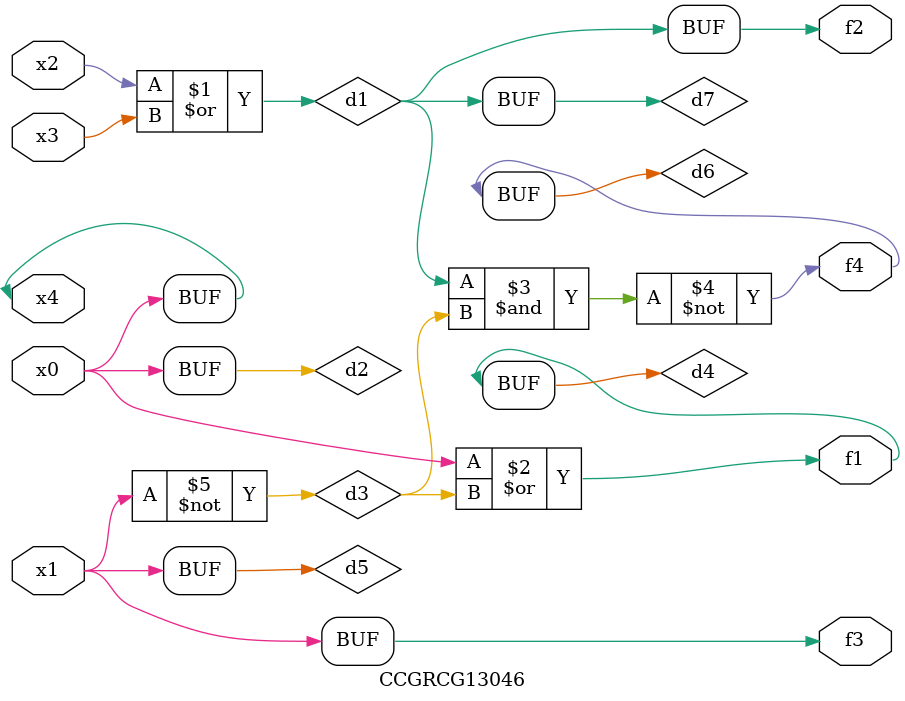
<source format=v>
module CCGRCG13046(
	input x0, x1, x2, x3, x4,
	output f1, f2, f3, f4
);

	wire d1, d2, d3, d4, d5, d6, d7;

	or (d1, x2, x3);
	buf (d2, x0, x4);
	not (d3, x1);
	or (d4, d2, d3);
	not (d5, d3);
	nand (d6, d1, d3);
	or (d7, d1);
	assign f1 = d4;
	assign f2 = d7;
	assign f3 = d5;
	assign f4 = d6;
endmodule

</source>
